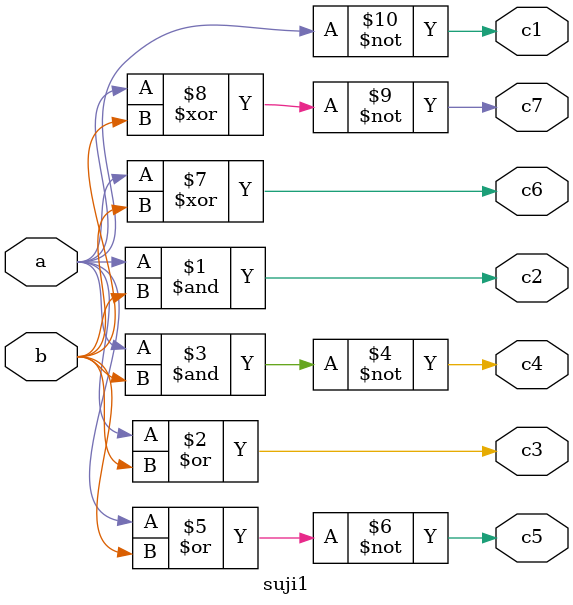
<source format=v>
module suji1(a,b,c1,c2,c3,c4,c5,c6,c7); 
input a,b; 
output c1,c2,c3,c4,c5,c6,c7; 
not g1(c1,a); 
and g2(c2,a,b); 
or g3(c3,a,b); 
nand g4(c4,a,b); 
nor g5(c5,a,b); 
xor g6(c6,a,b); 
xnor g7(c7,a,b); 
endmodule
</source>
